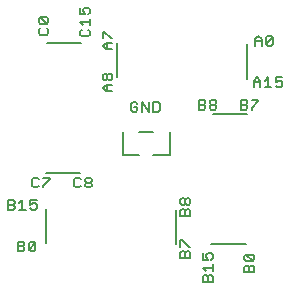
<source format=gto>
G75*
%MOIN*%
%OFA0B0*%
%FSLAX25Y25*%
%IPPOS*%
%LPD*%
%AMOC8*
5,1,8,0,0,1.08239X$1,22.5*
%
%ADD10C,0.00700*%
%ADD11C,0.00600*%
%ADD12C,0.00500*%
D10*
X0067606Y0103256D02*
X0069257Y0103256D01*
X0069808Y0103806D01*
X0069808Y0104356D01*
X0069257Y0104907D01*
X0067606Y0104907D01*
X0069257Y0104907D02*
X0069808Y0105457D01*
X0069808Y0106008D01*
X0069257Y0106558D01*
X0067606Y0106558D01*
X0067606Y0103256D01*
X0071289Y0103806D02*
X0073491Y0106008D01*
X0073491Y0103806D01*
X0072940Y0103256D01*
X0071839Y0103256D01*
X0071289Y0103806D01*
X0071289Y0106008D01*
X0071839Y0106558D01*
X0072940Y0106558D01*
X0073491Y0106008D01*
X0073334Y0117098D02*
X0072233Y0117098D01*
X0071683Y0117648D01*
X0071683Y0118749D02*
X0072784Y0119300D01*
X0073334Y0119300D01*
X0073884Y0118749D01*
X0073884Y0117648D01*
X0073334Y0117098D01*
X0071683Y0118749D02*
X0071683Y0120401D01*
X0073884Y0120401D01*
X0073982Y0124578D02*
X0074532Y0125129D01*
X0073982Y0124578D02*
X0072881Y0124578D01*
X0072330Y0125129D01*
X0072330Y0127331D01*
X0072881Y0127881D01*
X0073982Y0127881D01*
X0074532Y0127331D01*
X0076013Y0127881D02*
X0078215Y0127881D01*
X0078215Y0127331D01*
X0076013Y0125129D01*
X0076013Y0124578D01*
X0069100Y0120401D02*
X0067999Y0119300D01*
X0066518Y0119300D02*
X0066518Y0119850D01*
X0065968Y0120401D01*
X0064316Y0120401D01*
X0064316Y0117098D01*
X0065968Y0117098D01*
X0066518Y0117648D01*
X0066518Y0118199D01*
X0065968Y0118749D01*
X0064316Y0118749D01*
X0065968Y0118749D02*
X0066518Y0119300D01*
X0067999Y0117098D02*
X0070201Y0117098D01*
X0069100Y0117098D02*
X0069100Y0120401D01*
X0086389Y0125129D02*
X0086940Y0124578D01*
X0088041Y0124578D01*
X0088591Y0125129D01*
X0090073Y0125129D02*
X0090073Y0125679D01*
X0090623Y0126230D01*
X0091724Y0126230D01*
X0092274Y0125679D01*
X0092274Y0125129D01*
X0091724Y0124578D01*
X0090623Y0124578D01*
X0090073Y0125129D01*
X0090623Y0126230D02*
X0090073Y0126780D01*
X0090073Y0127331D01*
X0090623Y0127881D01*
X0091724Y0127881D01*
X0092274Y0127331D01*
X0092274Y0126780D01*
X0091724Y0126230D01*
X0088591Y0127331D02*
X0088041Y0127881D01*
X0086940Y0127881D01*
X0086389Y0127331D01*
X0086389Y0125129D01*
X0105837Y0149775D02*
X0105287Y0150326D01*
X0105287Y0152528D01*
X0105837Y0153078D01*
X0106938Y0153078D01*
X0107489Y0152528D01*
X0107489Y0151427D02*
X0106388Y0151427D01*
X0107489Y0151427D02*
X0107489Y0150326D01*
X0106938Y0149775D01*
X0105837Y0149775D01*
X0108970Y0149775D02*
X0108970Y0153078D01*
X0111172Y0149775D01*
X0111172Y0153078D01*
X0112653Y0153078D02*
X0114305Y0153078D01*
X0114855Y0152528D01*
X0114855Y0150326D01*
X0114305Y0149775D01*
X0112653Y0149775D01*
X0112653Y0153078D01*
X0099138Y0156582D02*
X0096936Y0156582D01*
X0095835Y0157683D01*
X0096936Y0158784D01*
X0099138Y0158784D01*
X0098588Y0160265D02*
X0098037Y0160265D01*
X0097487Y0160816D01*
X0097487Y0161917D01*
X0098037Y0162467D01*
X0098588Y0162467D01*
X0099138Y0161917D01*
X0099138Y0160816D01*
X0098588Y0160265D01*
X0097487Y0160816D02*
X0096936Y0160265D01*
X0096386Y0160265D01*
X0095835Y0160816D01*
X0095835Y0161917D01*
X0096386Y0162467D01*
X0096936Y0162467D01*
X0097487Y0161917D01*
X0097487Y0158784D02*
X0097487Y0156582D01*
X0097487Y0170641D02*
X0097487Y0172843D01*
X0096936Y0172843D02*
X0099138Y0172843D01*
X0099138Y0174324D02*
X0098588Y0174324D01*
X0096386Y0176526D01*
X0095835Y0176526D01*
X0095835Y0174324D01*
X0096936Y0172843D02*
X0095835Y0171742D01*
X0096936Y0170641D01*
X0099138Y0170641D01*
X0091658Y0175523D02*
X0091658Y0176623D01*
X0091107Y0177174D01*
X0091658Y0178655D02*
X0091658Y0180857D01*
X0091658Y0179756D02*
X0088355Y0179756D01*
X0089456Y0178655D01*
X0088906Y0177174D02*
X0088355Y0176623D01*
X0088355Y0175523D01*
X0088906Y0174972D01*
X0091107Y0174972D01*
X0091658Y0175523D01*
X0091107Y0182338D02*
X0091658Y0182889D01*
X0091658Y0183990D01*
X0091107Y0184540D01*
X0090006Y0184540D01*
X0089456Y0183990D01*
X0089456Y0183439D01*
X0090006Y0182338D01*
X0088355Y0182338D01*
X0088355Y0184540D01*
X0077815Y0180700D02*
X0077815Y0179599D01*
X0077265Y0179049D01*
X0075063Y0181251D01*
X0077265Y0181251D01*
X0077815Y0180700D01*
X0077265Y0179049D02*
X0075063Y0179049D01*
X0074513Y0179599D01*
X0074513Y0180700D01*
X0075063Y0181251D01*
X0075063Y0177568D02*
X0074513Y0177017D01*
X0074513Y0175916D01*
X0075063Y0175366D01*
X0077265Y0175366D01*
X0077815Y0175916D01*
X0077815Y0177017D01*
X0077265Y0177568D01*
X0127842Y0153802D02*
X0127842Y0150500D01*
X0129493Y0150500D01*
X0130044Y0151050D01*
X0130044Y0151601D01*
X0129493Y0152151D01*
X0127842Y0152151D01*
X0129493Y0152151D02*
X0130044Y0152701D01*
X0130044Y0153252D01*
X0129493Y0153802D01*
X0127842Y0153802D01*
X0131525Y0153252D02*
X0131525Y0152701D01*
X0132076Y0152151D01*
X0133177Y0152151D01*
X0133727Y0151601D01*
X0133727Y0151050D01*
X0133177Y0150500D01*
X0132076Y0150500D01*
X0131525Y0151050D01*
X0131525Y0151601D01*
X0132076Y0152151D01*
X0133177Y0152151D02*
X0133727Y0152701D01*
X0133727Y0153252D01*
X0133177Y0153802D01*
X0132076Y0153802D01*
X0131525Y0153252D01*
X0141901Y0153802D02*
X0141901Y0150500D01*
X0143553Y0150500D01*
X0144103Y0151050D01*
X0144103Y0151601D01*
X0143553Y0152151D01*
X0141901Y0152151D01*
X0141901Y0153802D02*
X0143553Y0153802D01*
X0144103Y0153252D01*
X0144103Y0152701D01*
X0143553Y0152151D01*
X0145584Y0151050D02*
X0145584Y0150500D01*
X0145584Y0151050D02*
X0147786Y0153252D01*
X0147786Y0153802D01*
X0145584Y0153802D01*
X0146232Y0157980D02*
X0146232Y0160182D01*
X0147333Y0161283D01*
X0148434Y0160182D01*
X0148434Y0157980D01*
X0149915Y0157980D02*
X0152117Y0157980D01*
X0151016Y0157980D02*
X0151016Y0161283D01*
X0149915Y0160182D01*
X0148434Y0159631D02*
X0146232Y0159631D01*
X0153598Y0159631D02*
X0154699Y0160182D01*
X0155250Y0160182D01*
X0155800Y0159631D01*
X0155800Y0158530D01*
X0155250Y0157980D01*
X0154149Y0157980D01*
X0153598Y0158530D01*
X0153598Y0159631D02*
X0153598Y0161283D01*
X0155800Y0161283D01*
X0151960Y0171822D02*
X0150859Y0171822D01*
X0150309Y0172373D01*
X0152511Y0174575D01*
X0152511Y0172373D01*
X0151960Y0171822D01*
X0150309Y0172373D02*
X0150309Y0174575D01*
X0150859Y0175125D01*
X0151960Y0175125D01*
X0152511Y0174575D01*
X0148827Y0174024D02*
X0148827Y0171822D01*
X0148827Y0173474D02*
X0146626Y0173474D01*
X0146626Y0174024D02*
X0147727Y0175125D01*
X0148827Y0174024D01*
X0146626Y0174024D02*
X0146626Y0171822D01*
X0124509Y0121015D02*
X0125059Y0120464D01*
X0125059Y0119363D01*
X0124509Y0118813D01*
X0123959Y0118813D01*
X0123408Y0119363D01*
X0123408Y0120464D01*
X0123959Y0121015D01*
X0124509Y0121015D01*
X0123408Y0120464D02*
X0122858Y0121015D01*
X0122307Y0121015D01*
X0121757Y0120464D01*
X0121757Y0119363D01*
X0122307Y0118813D01*
X0122858Y0118813D01*
X0123408Y0119363D01*
X0122858Y0117331D02*
X0123408Y0116781D01*
X0123408Y0115130D01*
X0123408Y0116781D02*
X0123959Y0117331D01*
X0124509Y0117331D01*
X0125059Y0116781D01*
X0125059Y0115130D01*
X0121757Y0115130D01*
X0121757Y0116781D01*
X0122307Y0117331D01*
X0122858Y0117331D01*
X0122307Y0106955D02*
X0124509Y0104753D01*
X0125059Y0104753D01*
X0124509Y0103272D02*
X0125059Y0102722D01*
X0125059Y0101070D01*
X0121757Y0101070D01*
X0121757Y0102722D01*
X0122307Y0103272D01*
X0122858Y0103272D01*
X0123408Y0102722D01*
X0123408Y0101070D01*
X0123408Y0102722D02*
X0123959Y0103272D01*
X0124509Y0103272D01*
X0121757Y0104753D02*
X0121757Y0106955D01*
X0122307Y0106955D01*
X0129237Y0102625D02*
X0129237Y0100423D01*
X0130888Y0100423D01*
X0130338Y0101524D01*
X0130338Y0102074D01*
X0130888Y0102625D01*
X0131989Y0102625D01*
X0132540Y0102074D01*
X0132540Y0100973D01*
X0131989Y0100423D01*
X0132540Y0098941D02*
X0132540Y0096740D01*
X0132540Y0097841D02*
X0129237Y0097841D01*
X0130338Y0096740D01*
X0130338Y0095258D02*
X0130888Y0094708D01*
X0130888Y0093056D01*
X0129237Y0093056D02*
X0132540Y0093056D01*
X0132540Y0094708D01*
X0131989Y0095258D01*
X0131439Y0095258D01*
X0130888Y0094708D01*
X0130338Y0095258D02*
X0129787Y0095258D01*
X0129237Y0094708D01*
X0129237Y0093056D01*
X0143079Y0096346D02*
X0143079Y0097997D01*
X0143630Y0098548D01*
X0144180Y0098548D01*
X0144731Y0097997D01*
X0144731Y0096346D01*
X0146382Y0096346D02*
X0143079Y0096346D01*
X0144731Y0097997D02*
X0145281Y0098548D01*
X0145832Y0098548D01*
X0146382Y0097997D01*
X0146382Y0096346D01*
X0145832Y0100029D02*
X0143630Y0100029D01*
X0143079Y0100580D01*
X0143079Y0101680D01*
X0143630Y0102231D01*
X0145832Y0100029D01*
X0146382Y0100580D01*
X0146382Y0101680D01*
X0145832Y0102231D01*
X0143630Y0102231D01*
D11*
X0143520Y0105724D02*
X0132102Y0105724D01*
X0120291Y0105724D02*
X0120291Y0117142D01*
X0088402Y0129346D02*
X0076984Y0129346D01*
X0076984Y0117535D02*
X0076984Y0106118D01*
X0132496Y0149031D02*
X0143913Y0149031D01*
X0143913Y0160843D02*
X0143913Y0172260D01*
X0100606Y0172654D02*
X0100606Y0161236D01*
X0088795Y0172654D02*
X0077378Y0172654D01*
D12*
X0102575Y0143126D02*
X0102575Y0135252D01*
X0108087Y0135252D01*
X0112811Y0135252D02*
X0118323Y0135252D01*
X0118323Y0143126D01*
X0112811Y0143126D02*
X0108087Y0143126D01*
M02*

</source>
